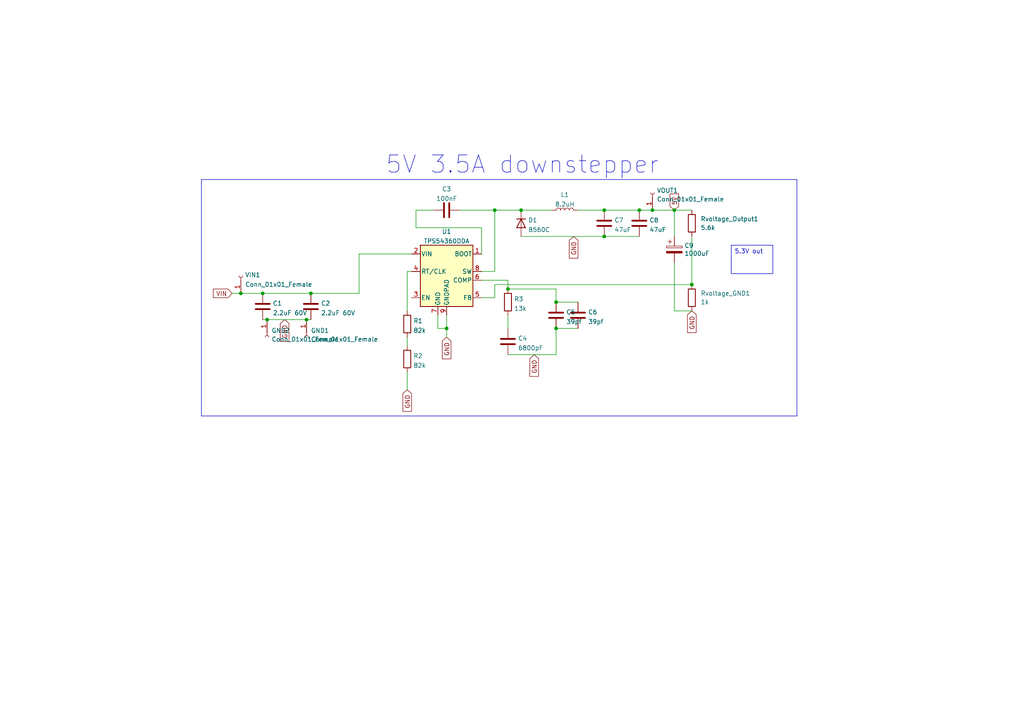
<source format=kicad_sch>
(kicad_sch (version 20230121) (generator eeschema)
  (paper "A4")
  (lib_symbols
    (symbol "Connector:Conn_01x01_Female" (pin_names (offset 1.016) hide)
      (property "Reference" "J" (at 0 2.54 0))
      (property "Value" "Conn_01x01_Female" (at 0 -2.54 0))
      (symbol "Conn_01x01_Female_1_1"
        (polyline (pts (xy -1.27 0) (xy -0.508 0)) (stroke (width 0.1524)))
        (arc (start 0 0.508) (mid -0.5058 0) (end 0 -0.508) (stroke (width 0.1524)))
        (pin passive line (at -5.08 0 0) (length 3.81) (name "Pin_1") (number "1"))
      )
    )
    (symbol "Device:C" (pin_numbers hide) (pin_names (offset 0.254))
      (property "Reference" "C" (at 0.635 2.54 0))
      (property "Value" "C" (at 0.635 -2.54 0))
      (symbol "C_0_1"
        (polyline (pts (xy -2.032 -0.762) (xy 2.032 -0.762)) (stroke (width 0.508)))
        (polyline (pts (xy -2.032 0.762) (xy 2.032 0.762)) (stroke (width 0.508)))
      )
      (symbol "C_1_1"
        (pin passive line (at 0 3.81 270) (length 2.794) (name "~") (number "1"))
        (pin passive line (at 0 -3.81 90) (length 2.794) (name "~") (number "2"))
      )
    )
    (symbol "Device:CP" (pin_numbers hide) (pin_names (offset 0.254))
      (property "Reference" "C" (at 0.635 2.54 0))
      (property "Value" "Device_CP" (at 0.635 -2.54 0))
      (symbol "CP_0_1"
        (rectangle (start -2.286 0.508) (end 2.286 1.016))
        (polyline (pts (xy -1.778 2.286) (xy -0.762 2.286)))
        (polyline (pts (xy -1.27 2.794) (xy -1.27 1.778)))
        (rectangle (start 2.286 -0.508) (end -2.286 -1.016) (fill (type outline)))
      )
      (symbol "CP_1_1"
        (pin passive line (at 0 3.81 270) (length 2.794) (name "~") (number "1"))
        (pin passive line (at 0 -3.81 90) (length 2.794) (name "~") (number "2"))
      )
    )
    (symbol "Device:D" (pin_numbers hide) (pin_names (offset 1.016) hide)
      (property "Reference" "D" (at 0 2.54 0))
      (property "Value" "D" (at 0 -2.54 0))
      (symbol "D_0_1"
        (polyline (pts (xy -1.27 1.27) (xy -1.27 -1.27)) (stroke (width 0.254)))
        (polyline (pts (xy 1.27 0) (xy -1.27 0)))
        (polyline (pts (xy 1.27 1.27) (xy 1.27 -1.27) (xy -1.27 0) (xy 1.27 1.27)) (stroke (width 0.254)))
      )
      (symbol "D_1_1"
        (pin passive line (at -3.81 0 0) (length 2.54) (name "K") (number "1"))
        (pin passive line (at 3.81 0 180) (length 2.54) (name "A") (number "2"))
      )
    )
    (symbol "Device:L" (pin_numbers hide) (pin_names (offset 1.016) hide)
      (property "Reference" "L" (at -1.27 0 90))
      (property "Value" "L" (at 1.905 0 90))
      (symbol "L_0_1"
        (arc (start 0 -2.54) (mid 0.6323 -1.905) (end 0 -1.27))
        (arc (start 0 -1.27) (mid 0.6323 -0.635) (end 0 0))
        (arc (start 0 0) (mid 0.6323 0.635) (end 0 1.27))
        (arc (start 0 1.27) (mid 0.6323 1.905) (end 0 2.54))
      )
      (symbol "L_1_1"
        (pin passive line (at 0 3.81 270) (length 1.27) (name "1") (number "1"))
        (pin passive line (at 0 -3.81 90) (length 1.27) (name "2") (number "2"))
      )
    )
    (symbol "Device:R" (pin_numbers hide) (pin_names (offset 0))
      (property "Reference" "R" (at 2.032 0 90))
      (property "Value" "R" (at 0 0 90))
      (symbol "R_0_1"
        (rectangle (start -1.016 -2.54) (end 1.016 2.54) (stroke (width 0.254)))
      )
      (symbol "R_1_1"
        (pin passive line (at 0 3.81 270) (length 1.27) (name "~") (number "1"))
        (pin passive line (at 0 -3.81 90) (length 1.27) (name "~") (number "2"))
      )
    )
    (symbol "Regulator_Switching:TPS54360DDA" (pin_names (offset 0.254))
      (property "Reference" "U" (at -7.62 11.43 0))
      (property "Value" "TPS54360DDA" (at -7.62 8.89 0))
      (symbol "TPS54360DDA_0_1"
        (rectangle (start -7.62 7.62) (end 7.62 -10.16) (stroke (width 0.254)) (fill (type background)))
      )
      (symbol "TPS54360DDA_1_1"
        (pin input line (at 10.16 5.08 180) (length 2.54) (name "BOOT") (number "1"))
        (pin power_in line (at -10.16 5.08 0) (length 2.54) (name "VIN") (number "2"))
        (pin input line (at -10.16 -7.62 0) (length 2.54) (name "EN") (number "3"))
        (pin input line (at -10.16 0 0) (length 2.54) (name "RT/CLK") (number "4"))
        (pin input line (at 10.16 -7.62 180) (length 2.54) (name "FB") (number "5"))
        (pin passive line (at 10.16 -2.54 180) (length 2.54) (name "COMP") (number "6"))
        (pin power_in line (at -2.54 -12.7 90) (length 2.54) (name "GND") (number "7"))
        (pin output line (at 10.16 0 180) (length 2.54) (name "SW") (number "8"))
        (pin power_in line (at 0 -12.7 90) (length 2.54) (name "GNDPAD") (number "9"))
      )
    )
  )
  (junction (at 90.17 85.09))
  (junction (at 143.51 60.96))
  (junction (at 77.47 92.71))
  (junction (at 69.85 85.09))
  (junction (at 200.66 82.55))
  (junction (at 147.32 83.82))
  (junction (at 175.26 68.58))
  (junction (at 185.42 60.96))
  (junction (at 161.29 95.25))
  (junction (at 88.9 92.71))
  (junction (at 76.2 85.09))
  (junction (at 189.23 60.96))
  (junction (at 175.26 60.96))
  (junction (at 129.54 95.25))
  (junction (at 195.58 60.96))
  (junction (at 151.13 60.96))
  (junction (at 161.29 87.63))
  (polyline (pts (xy 58.42 52.07) (xy 231.14 52.07)))
  (wire (pts (xy 195.58 60.96) (xy 195.58 68.58)))
  (wire (pts (xy 118.11 78.74) (xy 118.11 90.17)))
  (wire (pts (xy 104.14 73.66) (xy 104.14 85.09)))
  (wire (pts (xy 118.11 107.95) (xy 118.11 113.03)))
  (wire (pts (xy 175.26 60.96) (xy 185.42 60.96)))
  (wire (pts (xy 119.38 73.66) (xy 104.14 73.66)))
  (wire (pts (xy 139.7 73.66) (xy 139.7 66.04)))
  (polyline (pts (xy 58.42 52.07) (xy 58.42 120.65)))
  (wire (pts (xy 143.51 78.74) (xy 143.51 60.96)))
  (polyline (pts (xy 231.14 52.07) (xy 231.14 120.65)))
  (wire (pts (xy 189.23 60.96) (xy 195.58 60.96)))
  (wire (pts (xy 127 95.25) (xy 129.54 95.25)))
  (wire (pts (xy 161.29 95.25) (xy 167.64 95.25)))
  (wire (pts (xy 195.58 90.17) (xy 195.58 76.2)))
  (wire (pts (xy 151.13 68.58) (xy 175.26 68.58)))
  (wire (pts (xy 175.26 68.58) (xy 185.42 68.58)))
  (wire (pts (xy 167.64 60.96) (xy 175.26 60.96)))
  (wire (pts (xy 76.2 92.71) (xy 77.47 92.71)))
  (wire (pts (xy 200.66 68.58) (xy 200.66 82.55)))
  (wire (pts (xy 161.29 87.63) (xy 167.64 87.63)))
  (wire (pts (xy 139.7 86.36) (xy 143.51 86.36)))
  (wire (pts (xy 139.7 81.28) (xy 147.32 81.28)))
  (wire (pts (xy 129.54 91.44) (xy 129.54 95.25)))
  (wire (pts (xy 120.65 60.96) (xy 125.73 60.96)))
  (wire (pts (xy 147.32 102.87) (xy 161.29 102.87)))
  (wire (pts (xy 133.35 60.96) (xy 143.51 60.96)))
  (wire (pts (xy 120.65 66.04) (xy 120.65 60.96)))
  (wire (pts (xy 161.29 83.82) (xy 161.29 87.63)))
  (wire (pts (xy 161.29 102.87) (xy 161.29 95.25)))
  (wire (pts (xy 88.9 92.71) (xy 90.17 92.71)))
  (wire (pts (xy 151.13 60.96) (xy 160.02 60.96)))
  (wire (pts (xy 185.42 60.96) (xy 189.23 60.96)))
  (wire (pts (xy 143.51 86.36) (xy 143.51 82.55)))
  (wire (pts (xy 143.51 60.96) (xy 151.13 60.96)))
  (wire (pts (xy 147.32 81.28) (xy 147.32 83.82)))
  (wire (pts (xy 200.66 90.17) (xy 195.58 90.17)))
  (wire (pts (xy 69.85 85.09) (xy 76.2 85.09)))
  (wire (pts (xy 119.38 78.74) (xy 118.11 78.74)))
  (wire (pts (xy 139.7 66.04) (xy 120.65 66.04)))
  (wire (pts (xy 139.7 78.74) (xy 143.51 78.74)))
  (wire (pts (xy 67.31 85.09) (xy 69.85 85.09)))
  (wire (pts (xy 143.51 82.55) (xy 200.66 82.55)))
  (polyline (pts (xy 231.14 120.65) (xy 58.42 120.65)))
  (wire (pts (xy 76.2 85.09) (xy 90.17 85.09)))
  (wire (pts (xy 90.17 85.09) (xy 104.14 85.09)))
  (wire (pts (xy 118.11 97.79) (xy 118.11 100.33)))
  (wire (pts (xy 195.58 60.96) (xy 200.66 60.96)))
  (wire (pts (xy 147.32 91.44) (xy 147.32 95.25)))
  (wire (pts (xy 147.32 83.82) (xy 161.29 83.82)))
  (wire (pts (xy 127 91.44) (xy 127 95.25)))
  (wire (pts (xy 77.47 92.71) (xy 88.9 92.71)))
  (wire (pts (xy 129.54 95.25) (xy 129.54 97.79)))
  (text_box "5.3V out" (at 212.09 71.12 0) (size 12.065 8.255) (effects (font (size 1.27 1.27)) (justify left top)))
  (text "5V 3.5A downstepper" (at 111.76 50.8 0) (effects (font (size 5 5)) (justify left bottom)))
  (global_label "GND" (shape input) (at 166.37 68.58 270) (property "Intersheetrefs" "${INTERSHEET_REFS}" (effects hide)))
  (global_label "GND" (shape input) (at 129.54 97.79 270) (property "Intersheetrefs" "${INTERSHEET_REFS}" (effects hide)))
  (global_label "VIN" (shape input) (at 67.31 85.09 180) (property "Intersheetrefs" "${INTERSHEET_REFS}" (effects hide)))
  (global_label "GND" (shape input) (at 200.66 90.17 270) (property "Intersheetrefs" "${INTERSHEET_REFS}" (effects hide)))
  (global_label "5V" (shape input) (at 195.58 60.96 90) (property "Intersheetrefs" "${INTERSHEET_REFS}" (effects hide)))
  (global_label "GND" (shape input) (at 82.55 92.71 270) (property "Intersheetrefs" "${INTERSHEET_REFS}" (effects hide)))
  (global_label "GND" (shape input) (at 118.11 113.03 270) (property "Intersheetrefs" "${INTERSHEET_REFS}" (effects hide)))
  (global_label "GND" (shape input) (at 154.94 102.87 270) (property "Intersheetrefs" "${INTERSHEET_REFS}" (effects hide)))
  (symbol (lib_id "Device:C") (at 90.17 88.9 0) (unit 1)
    (property "Reference" "C2" (at 93.091 87.9915 0) (effects (justify left)))
    (property "Value" "2.2uF 60V" (at 93.091 90.7666 0) (effects (justify left)))
    (property "Footprint" "Capacitor_SMD:C_1206_3216Metric" (effects hide))
    (property "LCSC" "C920964" (effects hide))
  )
  (symbol (lib_id "Device:R") (at 118.11 93.98 0) (unit 1)
    (property "Reference" "R1" (at 119.888 93.0715 0) (effects (justify left)))
    (property "Value" "82k" (at 119.888 95.8466 0) (effects (justify left)))
    (property "Footprint" "Resistor_SMD:R_0603_1608Metric_Pad0.98x0.95mm_HandSolder" (effects hide))
    (property "LCSC" "C23254" (effects hide))
  )
  (symbol (lib_id "Device:L") (at 163.83 60.96 90) (unit 1)
    (property "Reference" "L1" (at 163.83 56.4855 90))
    (property "Value" "8.2uH" (at 163.83 59.2606 90))
    (property "Footprint" "Inductor_SMD:L_12x12mm_H8mm" (effects hide))
    (property "LCSC" "C2761921" (effects hide))
  )
  (symbol (lib_id "Device:C") (at 129.54 60.96 90) (unit 1)
    (property "Reference" "C3" (at 129.54 54.8345 90))
    (property "Value" "100nF" (at 129.54 57.6096 90))
    (property "Footprint" "Capacitor_SMD:C_0603_1608Metric" (effects hide))
    (property "LCSC" "C14663" (effects hide))
  )
  (symbol (lib_id "Connector:Conn_01x01_Female") (at 69.85 80.01 90) (unit 1)
    (property "Reference" "VIN1" (at 71.0692 79.7365 90) (effects (justify right)))
    (property "Value" "Conn_01x01_Female" (at 71.0692 82.5116 90) (effects (justify right)))
    (property "Footprint" "Wire-Solder:60A_Wire_solder" (effects hide))
  )
  (symbol (lib_id "Connector:Conn_01x01_Female") (at 77.47 97.79 270) (unit 1)
    (property "Reference" "GND2" (at 78.74 95.8849 90) (effects (justify left)))
    (property "Value" "Conn_01x01_Female" (at 78.74 98.4249 90) (effects (justify left)))
    (property "Footprint" "Wire-Solder:60A_Wire_solder" (effects hide))
  )
  (symbol (lib_id "Device:C") (at 76.2 88.9 0) (unit 1)
    (property "Reference" "C1" (at 79.121 87.9915 0) (effects (justify left)))
    (property "Value" "2.2uF 60V" (at 79.121 90.7666 0) (effects (justify left)))
    (property "Footprint" "Capacitor_SMD:C_1206_3216Metric" (effects hide))
    (property "LCSC" "C920964" (effects hide))
  )
  (symbol (lib_id "Connector:Conn_01x01_Female") (at 189.23 55.88 90) (unit 1)
    (property "Reference" "VOUT1" (at 190.5 55.2449 90) (effects (justify right)))
    (property "Value" "Conn_01x01_Female" (at 190.5 57.7849 90) (effects (justify right)))
    (property "Footprint" "Wire-Solder:60A_Wire_solder" (effects hide))
  )
  (symbol (lib_id "Device:C") (at 167.64 91.44 0) (unit 1)
    (property "Reference" "C6" (at 170.561 90.5315 0) (effects (justify left)))
    (property "Value" "39pf" (at 170.561 93.3066 0) (effects (justify left)))
    (property "Footprint" "Capacitor_SMD:C_0603_1608Metric" (effects hide))
    (property "LCSC" "C1666" (effects hide))
  )
  (symbol (lib_id "Device:R") (at 118.11 104.14 0) (unit 1)
    (property "Reference" "R2" (at 119.888 103.2315 0) (effects (justify left)))
    (property "Value" "82k" (at 119.888 106.0066 0) (effects (justify left)))
    (property "Footprint" "Resistor_SMD:R_0603_1608Metric_Pad0.98x0.95mm_HandSolder" (effects hide))
    (property "LCSC" "C23254" (effects hide))
  )
  (symbol (lib_id "Regulator_Switching:TPS54360DDA") (at 129.54 78.74 0) (unit 1)
    (property "Reference" "U1" (at 129.54 67.1535 0))
    (property "Value" "TPS54360DDA" (at 129.54 69.9286 0))
    (property "Footprint" "Package_SO:TI_SO-PowerPAD-8_ThermalVias" (effects hide))
    (property "Datasheet" "http://www.ti.com/lit/ds/symlink/tps54360.pdf" (effects hide))
    (property "LCSC" "C44377" (effects hide))
  )
  (symbol (lib_id "Device:R") (at 200.66 86.36 0) (unit 1)
    (property "Reference" "Rvoltage_GND1" (at 203.2 85.09 0) (effects (justify left)))
    (property "Value" "1k" (at 203.2 87.63 0) (effects (justify left)))
    (property "Footprint" "Resistor_SMD:R_0603_1608Metric" (effects hide))
  )
  (symbol (lib_id "Device:C") (at 175.26 64.77 0) (unit 1)
    (property "Reference" "C7" (at 178.181 63.8615 0) (effects (justify left)))
    (property "Value" "47uF" (at 178.181 66.6366 0) (effects (justify left)))
    (property "Footprint" "Capacitor_SMD:C_1206_3216Metric" (effects hide))
    (property "LCSC" "C96123" (effects hide))
  )
  (symbol (lib_id "Device:C") (at 185.42 64.77 0) (unit 1)
    (property "Reference" "C8" (at 188.341 63.8615 0) (effects (justify left)))
    (property "Value" "47uF" (at 188.341 66.6366 0) (effects (justify left)))
    (property "Footprint" "Capacitor_SMD:C_1206_3216Metric" (effects hide))
    (property "LCSC" "C96123" (effects hide))
  )
  (symbol (lib_id "Device:R") (at 200.66 64.77 0) (unit 1)
    (property "Reference" "Rvoltage_Output1" (at 203.2 63.5 0) (effects (justify left)))
    (property "Value" "5.6k" (at 203.2 66.04 0) (effects (justify left)))
    (property "Footprint" "Resistor_SMD:R_0603_1608Metric" (effects hide))
  )
  (symbol (lib_id "Device:CP") (at 195.58 72.39 0) (unit 1)
    (property "Reference" "C9" (at 198.501 71.2216 0) (effects (justify left)))
    (property "Value" "1000uF" (at 198.501 73.533 0) (effects (justify left)))
    (property "Footprint" "Capacitor_THT:CP_Radial_D10.0mm_P5.00mm" (effects hide))
    (property "LCSC" "C503217" (effects hide))
  )
  (symbol (lib_id "Device:R") (at 147.32 87.63 0) (unit 1)
    (property "Reference" "R3" (at 149.098 86.7215 0) (effects (justify left)))
    (property "Value" "13k" (at 149.098 89.4966 0) (effects (justify left)))
    (property "Footprint" "Resistor_SMD:R_0603_1608Metric" (effects hide))
    (property "LCSC" "C22797" (effects hide))
  )
  (symbol (lib_id "Connector:Conn_01x01_Female") (at 88.9 97.79 270) (unit 1)
    (property "Reference" "GND1" (at 90.17 95.8849 90) (effects (justify left)))
    (property "Value" "Conn_01x01_Female" (at 90.17 98.4249 90) (effects (justify left)))
    (property "Footprint" "Wire-Solder:60A_Wire_solder" (effects hide))
  )
  (symbol (lib_id "Device:C") (at 147.32 99.06 0) (unit 1)
    (property "Reference" "C4" (at 150.241 98.1515 0) (effects (justify left)))
    (property "Value" "6800pF" (at 150.241 100.9266 0) (effects (justify left)))
    (property "Footprint" "Capacitor_SMD:C_0603_1608Metric" (effects hide))
    (property "LCSC" "C1631" (effects hide))
  )
  (symbol (lib_id "Device:D") (at 151.13 64.77 270) (unit 1)
    (property "Reference" "D1" (at 153.162 63.8615 90) (effects (justify left)))
    (property "Value" "B560C" (at 153.162 66.6366 90) (effects (justify left)))
    (property "Footprint" "Diode_SMD:D_SMC_Handsoldering" (effects hide))
    (property "LCSC" "C85100" (effects hide))
  )
  (symbol (lib_id "Device:C") (at 161.29 91.44 0) (unit 1)
    (property "Reference" "C5" (at 164.211 90.5315 0) (effects (justify left)))
    (property "Value" "39pf" (at 164.211 93.3066 0) (effects (justify left)))
    (property "Footprint" "Capacitor_SMD:C_0603_1608Metric" (effects hide))
    (property "LCSC" "C1666" (effects hide))
  )
)
</source>
